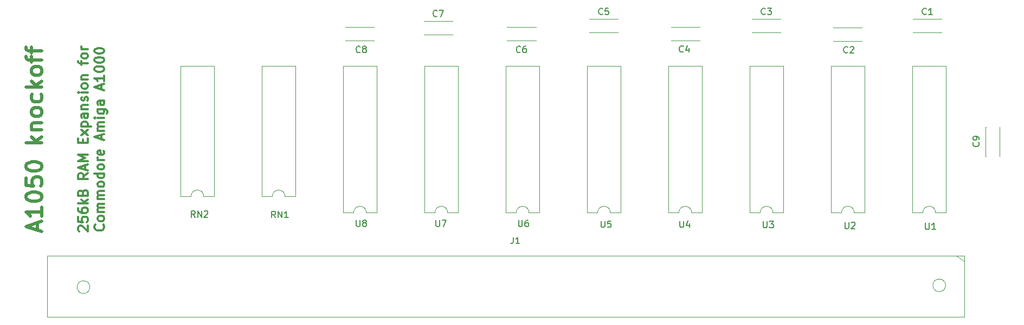
<source format=gbr>
%TF.GenerationSoftware,KiCad,Pcbnew,(5.1.10)-1*%
%TF.CreationDate,2021-06-21T22:38:47-07:00*%
%TF.ProjectId,A1050,41313035-302e-46b6-9963-61645f706362,rev?*%
%TF.SameCoordinates,Original*%
%TF.FileFunction,Legend,Top*%
%TF.FilePolarity,Positive*%
%FSLAX46Y46*%
G04 Gerber Fmt 4.6, Leading zero omitted, Abs format (unit mm)*
G04 Created by KiCad (PCBNEW (5.1.10)-1) date 2021-06-21 22:38:47*
%MOMM*%
%LPD*%
G01*
G04 APERTURE LIST*
%ADD10C,0.500000*%
%ADD11C,0.300000*%
%ADD12C,0.120000*%
%ADD13C,0.150000*%
G04 APERTURE END LIST*
D10*
X100365666Y-126367190D02*
X100365666Y-125176714D01*
X101079952Y-126605285D02*
X98579952Y-125771952D01*
X101079952Y-124938619D01*
X101079952Y-122795761D02*
X101079952Y-124224333D01*
X101079952Y-123510047D02*
X98579952Y-123510047D01*
X98937095Y-123748142D01*
X99175190Y-123986238D01*
X99294238Y-124224333D01*
X98579952Y-121248142D02*
X98579952Y-121010047D01*
X98699000Y-120771952D01*
X98818047Y-120652904D01*
X99056142Y-120533857D01*
X99532333Y-120414809D01*
X100127571Y-120414809D01*
X100603761Y-120533857D01*
X100841857Y-120652904D01*
X100960904Y-120771952D01*
X101079952Y-121010047D01*
X101079952Y-121248142D01*
X100960904Y-121486238D01*
X100841857Y-121605285D01*
X100603761Y-121724333D01*
X100127571Y-121843380D01*
X99532333Y-121843380D01*
X99056142Y-121724333D01*
X98818047Y-121605285D01*
X98699000Y-121486238D01*
X98579952Y-121248142D01*
X98579952Y-118152904D02*
X98579952Y-119343380D01*
X99770428Y-119462428D01*
X99651380Y-119343380D01*
X99532333Y-119105285D01*
X99532333Y-118510047D01*
X99651380Y-118271952D01*
X99770428Y-118152904D01*
X100008523Y-118033857D01*
X100603761Y-118033857D01*
X100841857Y-118152904D01*
X100960904Y-118271952D01*
X101079952Y-118510047D01*
X101079952Y-119105285D01*
X100960904Y-119343380D01*
X100841857Y-119462428D01*
X98579952Y-116486238D02*
X98579952Y-116248142D01*
X98699000Y-116010047D01*
X98818047Y-115891000D01*
X99056142Y-115771952D01*
X99532333Y-115652904D01*
X100127571Y-115652904D01*
X100603761Y-115771952D01*
X100841857Y-115891000D01*
X100960904Y-116010047D01*
X101079952Y-116248142D01*
X101079952Y-116486238D01*
X100960904Y-116724333D01*
X100841857Y-116843380D01*
X100603761Y-116962428D01*
X100127571Y-117081476D01*
X99532333Y-117081476D01*
X99056142Y-116962428D01*
X98818047Y-116843380D01*
X98699000Y-116724333D01*
X98579952Y-116486238D01*
X101079952Y-112676714D02*
X98579952Y-112676714D01*
X100127571Y-112438619D02*
X101079952Y-111724333D01*
X99413285Y-111724333D02*
X100365666Y-112676714D01*
X99413285Y-110652904D02*
X101079952Y-110652904D01*
X99651380Y-110652904D02*
X99532333Y-110533857D01*
X99413285Y-110295761D01*
X99413285Y-109938619D01*
X99532333Y-109700523D01*
X99770428Y-109581476D01*
X101079952Y-109581476D01*
X101079952Y-108033857D02*
X100960904Y-108271952D01*
X100841857Y-108391000D01*
X100603761Y-108510047D01*
X99889476Y-108510047D01*
X99651380Y-108391000D01*
X99532333Y-108271952D01*
X99413285Y-108033857D01*
X99413285Y-107676714D01*
X99532333Y-107438619D01*
X99651380Y-107319571D01*
X99889476Y-107200523D01*
X100603761Y-107200523D01*
X100841857Y-107319571D01*
X100960904Y-107438619D01*
X101079952Y-107676714D01*
X101079952Y-108033857D01*
X100960904Y-105057666D02*
X101079952Y-105295761D01*
X101079952Y-105771952D01*
X100960904Y-106010047D01*
X100841857Y-106129095D01*
X100603761Y-106248142D01*
X99889476Y-106248142D01*
X99651380Y-106129095D01*
X99532333Y-106010047D01*
X99413285Y-105771952D01*
X99413285Y-105295761D01*
X99532333Y-105057666D01*
X101079952Y-103986238D02*
X98579952Y-103986238D01*
X100127571Y-103748142D02*
X101079952Y-103033857D01*
X99413285Y-103033857D02*
X100365666Y-103986238D01*
X101079952Y-101605285D02*
X100960904Y-101843380D01*
X100841857Y-101962428D01*
X100603761Y-102081476D01*
X99889476Y-102081476D01*
X99651380Y-101962428D01*
X99532333Y-101843380D01*
X99413285Y-101605285D01*
X99413285Y-101248142D01*
X99532333Y-101010047D01*
X99651380Y-100891000D01*
X99889476Y-100771952D01*
X100603761Y-100771952D01*
X100841857Y-100891000D01*
X100960904Y-101010047D01*
X101079952Y-101248142D01*
X101079952Y-101605285D01*
X99413285Y-100057666D02*
X99413285Y-99105285D01*
X101079952Y-99700523D02*
X98937095Y-99700523D01*
X98699000Y-99581476D01*
X98579952Y-99343380D01*
X98579952Y-99105285D01*
X99413285Y-98629095D02*
X99413285Y-97676714D01*
X101079952Y-98271952D02*
X98937095Y-98271952D01*
X98699000Y-98152904D01*
X98579952Y-97914809D01*
X98579952Y-97676714D01*
D11*
X106885428Y-126533857D02*
X106814000Y-126462428D01*
X106742571Y-126319571D01*
X106742571Y-125962428D01*
X106814000Y-125819571D01*
X106885428Y-125748142D01*
X107028285Y-125676714D01*
X107171142Y-125676714D01*
X107385428Y-125748142D01*
X108242571Y-126605285D01*
X108242571Y-125676714D01*
X106742571Y-124319571D02*
X106742571Y-125033857D01*
X107456857Y-125105285D01*
X107385428Y-125033857D01*
X107314000Y-124891000D01*
X107314000Y-124533857D01*
X107385428Y-124391000D01*
X107456857Y-124319571D01*
X107599714Y-124248142D01*
X107956857Y-124248142D01*
X108099714Y-124319571D01*
X108171142Y-124391000D01*
X108242571Y-124533857D01*
X108242571Y-124891000D01*
X108171142Y-125033857D01*
X108099714Y-125105285D01*
X106742571Y-122962428D02*
X106742571Y-123248142D01*
X106814000Y-123391000D01*
X106885428Y-123462428D01*
X107099714Y-123605285D01*
X107385428Y-123676714D01*
X107956857Y-123676714D01*
X108099714Y-123605285D01*
X108171142Y-123533857D01*
X108242571Y-123391000D01*
X108242571Y-123105285D01*
X108171142Y-122962428D01*
X108099714Y-122891000D01*
X107956857Y-122819571D01*
X107599714Y-122819571D01*
X107456857Y-122891000D01*
X107385428Y-122962428D01*
X107314000Y-123105285D01*
X107314000Y-123391000D01*
X107385428Y-123533857D01*
X107456857Y-123605285D01*
X107599714Y-123676714D01*
X108242571Y-122176714D02*
X106742571Y-122176714D01*
X107671142Y-122033857D02*
X108242571Y-121605285D01*
X107242571Y-121605285D02*
X107814000Y-122176714D01*
X107456857Y-120462428D02*
X107528285Y-120248142D01*
X107599714Y-120176714D01*
X107742571Y-120105285D01*
X107956857Y-120105285D01*
X108099714Y-120176714D01*
X108171142Y-120248142D01*
X108242571Y-120391000D01*
X108242571Y-120962428D01*
X106742571Y-120962428D01*
X106742571Y-120462428D01*
X106814000Y-120319571D01*
X106885428Y-120248142D01*
X107028285Y-120176714D01*
X107171142Y-120176714D01*
X107314000Y-120248142D01*
X107385428Y-120319571D01*
X107456857Y-120462428D01*
X107456857Y-120962428D01*
X108242571Y-117462428D02*
X107528285Y-117962428D01*
X108242571Y-118319571D02*
X106742571Y-118319571D01*
X106742571Y-117748142D01*
X106814000Y-117605285D01*
X106885428Y-117533857D01*
X107028285Y-117462428D01*
X107242571Y-117462428D01*
X107385428Y-117533857D01*
X107456857Y-117605285D01*
X107528285Y-117748142D01*
X107528285Y-118319571D01*
X107814000Y-116891000D02*
X107814000Y-116176714D01*
X108242571Y-117033857D02*
X106742571Y-116533857D01*
X108242571Y-116033857D01*
X108242571Y-115533857D02*
X106742571Y-115533857D01*
X107814000Y-115033857D01*
X106742571Y-114533857D01*
X108242571Y-114533857D01*
X107456857Y-112676714D02*
X107456857Y-112176714D01*
X108242571Y-111962428D02*
X108242571Y-112676714D01*
X106742571Y-112676714D01*
X106742571Y-111962428D01*
X108242571Y-111462428D02*
X107242571Y-110676714D01*
X107242571Y-111462428D02*
X108242571Y-110676714D01*
X107242571Y-110105285D02*
X108742571Y-110105285D01*
X107314000Y-110105285D02*
X107242571Y-109962428D01*
X107242571Y-109676714D01*
X107314000Y-109533857D01*
X107385428Y-109462428D01*
X107528285Y-109391000D01*
X107956857Y-109391000D01*
X108099714Y-109462428D01*
X108171142Y-109533857D01*
X108242571Y-109676714D01*
X108242571Y-109962428D01*
X108171142Y-110105285D01*
X108242571Y-108105285D02*
X107456857Y-108105285D01*
X107314000Y-108176714D01*
X107242571Y-108319571D01*
X107242571Y-108605285D01*
X107314000Y-108748142D01*
X108171142Y-108105285D02*
X108242571Y-108248142D01*
X108242571Y-108605285D01*
X108171142Y-108748142D01*
X108028285Y-108819571D01*
X107885428Y-108819571D01*
X107742571Y-108748142D01*
X107671142Y-108605285D01*
X107671142Y-108248142D01*
X107599714Y-108105285D01*
X107242571Y-107391000D02*
X108242571Y-107391000D01*
X107385428Y-107391000D02*
X107314000Y-107319571D01*
X107242571Y-107176714D01*
X107242571Y-106962428D01*
X107314000Y-106819571D01*
X107456857Y-106748142D01*
X108242571Y-106748142D01*
X108171142Y-106105285D02*
X108242571Y-105962428D01*
X108242571Y-105676714D01*
X108171142Y-105533857D01*
X108028285Y-105462428D01*
X107956857Y-105462428D01*
X107814000Y-105533857D01*
X107742571Y-105676714D01*
X107742571Y-105891000D01*
X107671142Y-106033857D01*
X107528285Y-106105285D01*
X107456857Y-106105285D01*
X107314000Y-106033857D01*
X107242571Y-105891000D01*
X107242571Y-105676714D01*
X107314000Y-105533857D01*
X108242571Y-104819571D02*
X107242571Y-104819571D01*
X106742571Y-104819571D02*
X106814000Y-104891000D01*
X106885428Y-104819571D01*
X106814000Y-104748142D01*
X106742571Y-104819571D01*
X106885428Y-104819571D01*
X108242571Y-103891000D02*
X108171142Y-104033857D01*
X108099714Y-104105285D01*
X107956857Y-104176714D01*
X107528285Y-104176714D01*
X107385428Y-104105285D01*
X107314000Y-104033857D01*
X107242571Y-103891000D01*
X107242571Y-103676714D01*
X107314000Y-103533857D01*
X107385428Y-103462428D01*
X107528285Y-103391000D01*
X107956857Y-103391000D01*
X108099714Y-103462428D01*
X108171142Y-103533857D01*
X108242571Y-103676714D01*
X108242571Y-103891000D01*
X107242571Y-102748142D02*
X108242571Y-102748142D01*
X107385428Y-102748142D02*
X107314000Y-102676714D01*
X107242571Y-102533857D01*
X107242571Y-102319571D01*
X107314000Y-102176714D01*
X107456857Y-102105285D01*
X108242571Y-102105285D01*
X107242571Y-100462428D02*
X107242571Y-99891000D01*
X108242571Y-100248142D02*
X106956857Y-100248142D01*
X106814000Y-100176714D01*
X106742571Y-100033857D01*
X106742571Y-99891000D01*
X108242571Y-99176714D02*
X108171142Y-99319571D01*
X108099714Y-99391000D01*
X107956857Y-99462428D01*
X107528285Y-99462428D01*
X107385428Y-99391000D01*
X107314000Y-99319571D01*
X107242571Y-99176714D01*
X107242571Y-98962428D01*
X107314000Y-98819571D01*
X107385428Y-98748142D01*
X107528285Y-98676714D01*
X107956857Y-98676714D01*
X108099714Y-98748142D01*
X108171142Y-98819571D01*
X108242571Y-98962428D01*
X108242571Y-99176714D01*
X108242571Y-98033857D02*
X107242571Y-98033857D01*
X107528285Y-98033857D02*
X107385428Y-97962428D01*
X107314000Y-97891000D01*
X107242571Y-97748142D01*
X107242571Y-97605285D01*
X110649714Y-125498142D02*
X110721142Y-125569571D01*
X110792571Y-125783857D01*
X110792571Y-125926714D01*
X110721142Y-126141000D01*
X110578285Y-126283857D01*
X110435428Y-126355285D01*
X110149714Y-126426714D01*
X109935428Y-126426714D01*
X109649714Y-126355285D01*
X109506857Y-126283857D01*
X109364000Y-126141000D01*
X109292571Y-125926714D01*
X109292571Y-125783857D01*
X109364000Y-125569571D01*
X109435428Y-125498142D01*
X110792571Y-124641000D02*
X110721142Y-124783857D01*
X110649714Y-124855285D01*
X110506857Y-124926714D01*
X110078285Y-124926714D01*
X109935428Y-124855285D01*
X109864000Y-124783857D01*
X109792571Y-124641000D01*
X109792571Y-124426714D01*
X109864000Y-124283857D01*
X109935428Y-124212428D01*
X110078285Y-124141000D01*
X110506857Y-124141000D01*
X110649714Y-124212428D01*
X110721142Y-124283857D01*
X110792571Y-124426714D01*
X110792571Y-124641000D01*
X110792571Y-123498142D02*
X109792571Y-123498142D01*
X109935428Y-123498142D02*
X109864000Y-123426714D01*
X109792571Y-123283857D01*
X109792571Y-123069571D01*
X109864000Y-122926714D01*
X110006857Y-122855285D01*
X110792571Y-122855285D01*
X110006857Y-122855285D02*
X109864000Y-122783857D01*
X109792571Y-122641000D01*
X109792571Y-122426714D01*
X109864000Y-122283857D01*
X110006857Y-122212428D01*
X110792571Y-122212428D01*
X110792571Y-121498142D02*
X109792571Y-121498142D01*
X109935428Y-121498142D02*
X109864000Y-121426714D01*
X109792571Y-121283857D01*
X109792571Y-121069571D01*
X109864000Y-120926714D01*
X110006857Y-120855285D01*
X110792571Y-120855285D01*
X110006857Y-120855285D02*
X109864000Y-120783857D01*
X109792571Y-120641000D01*
X109792571Y-120426714D01*
X109864000Y-120283857D01*
X110006857Y-120212428D01*
X110792571Y-120212428D01*
X110792571Y-119283857D02*
X110721142Y-119426714D01*
X110649714Y-119498142D01*
X110506857Y-119569571D01*
X110078285Y-119569571D01*
X109935428Y-119498142D01*
X109864000Y-119426714D01*
X109792571Y-119283857D01*
X109792571Y-119069571D01*
X109864000Y-118926714D01*
X109935428Y-118855285D01*
X110078285Y-118783857D01*
X110506857Y-118783857D01*
X110649714Y-118855285D01*
X110721142Y-118926714D01*
X110792571Y-119069571D01*
X110792571Y-119283857D01*
X110792571Y-117498142D02*
X109292571Y-117498142D01*
X110721142Y-117498142D02*
X110792571Y-117641000D01*
X110792571Y-117926714D01*
X110721142Y-118069571D01*
X110649714Y-118141000D01*
X110506857Y-118212428D01*
X110078285Y-118212428D01*
X109935428Y-118141000D01*
X109864000Y-118069571D01*
X109792571Y-117926714D01*
X109792571Y-117641000D01*
X109864000Y-117498142D01*
X110792571Y-116569571D02*
X110721142Y-116712428D01*
X110649714Y-116783857D01*
X110506857Y-116855285D01*
X110078285Y-116855285D01*
X109935428Y-116783857D01*
X109864000Y-116712428D01*
X109792571Y-116569571D01*
X109792571Y-116355285D01*
X109864000Y-116212428D01*
X109935428Y-116141000D01*
X110078285Y-116069571D01*
X110506857Y-116069571D01*
X110649714Y-116141000D01*
X110721142Y-116212428D01*
X110792571Y-116355285D01*
X110792571Y-116569571D01*
X110792571Y-115426714D02*
X109792571Y-115426714D01*
X110078285Y-115426714D02*
X109935428Y-115355285D01*
X109864000Y-115283857D01*
X109792571Y-115141000D01*
X109792571Y-114998142D01*
X110721142Y-113926714D02*
X110792571Y-114069571D01*
X110792571Y-114355285D01*
X110721142Y-114498142D01*
X110578285Y-114569571D01*
X110006857Y-114569571D01*
X109864000Y-114498142D01*
X109792571Y-114355285D01*
X109792571Y-114069571D01*
X109864000Y-113926714D01*
X110006857Y-113855285D01*
X110149714Y-113855285D01*
X110292571Y-114569571D01*
X110364000Y-112141000D02*
X110364000Y-111426714D01*
X110792571Y-112283857D02*
X109292571Y-111783857D01*
X110792571Y-111283857D01*
X110792571Y-110783857D02*
X109792571Y-110783857D01*
X109935428Y-110783857D02*
X109864000Y-110712428D01*
X109792571Y-110569571D01*
X109792571Y-110355285D01*
X109864000Y-110212428D01*
X110006857Y-110141000D01*
X110792571Y-110141000D01*
X110006857Y-110141000D02*
X109864000Y-110069571D01*
X109792571Y-109926714D01*
X109792571Y-109712428D01*
X109864000Y-109569571D01*
X110006857Y-109498142D01*
X110792571Y-109498142D01*
X110792571Y-108783857D02*
X109792571Y-108783857D01*
X109292571Y-108783857D02*
X109364000Y-108855285D01*
X109435428Y-108783857D01*
X109364000Y-108712428D01*
X109292571Y-108783857D01*
X109435428Y-108783857D01*
X109792571Y-107426714D02*
X111006857Y-107426714D01*
X111149714Y-107498142D01*
X111221142Y-107569571D01*
X111292571Y-107712428D01*
X111292571Y-107926714D01*
X111221142Y-108069571D01*
X110721142Y-107426714D02*
X110792571Y-107569571D01*
X110792571Y-107855285D01*
X110721142Y-107998142D01*
X110649714Y-108069571D01*
X110506857Y-108141000D01*
X110078285Y-108141000D01*
X109935428Y-108069571D01*
X109864000Y-107998142D01*
X109792571Y-107855285D01*
X109792571Y-107569571D01*
X109864000Y-107426714D01*
X110792571Y-106069571D02*
X110006857Y-106069571D01*
X109864000Y-106141000D01*
X109792571Y-106283857D01*
X109792571Y-106569571D01*
X109864000Y-106712428D01*
X110721142Y-106069571D02*
X110792571Y-106212428D01*
X110792571Y-106569571D01*
X110721142Y-106712428D01*
X110578285Y-106783857D01*
X110435428Y-106783857D01*
X110292571Y-106712428D01*
X110221142Y-106569571D01*
X110221142Y-106212428D01*
X110149714Y-106069571D01*
X110364000Y-104283857D02*
X110364000Y-103569571D01*
X110792571Y-104426714D02*
X109292571Y-103926714D01*
X110792571Y-103426714D01*
X110792571Y-102141000D02*
X110792571Y-102998142D01*
X110792571Y-102569571D02*
X109292571Y-102569571D01*
X109506857Y-102712428D01*
X109649714Y-102855285D01*
X109721142Y-102998142D01*
X109292571Y-101212428D02*
X109292571Y-101069571D01*
X109364000Y-100926714D01*
X109435428Y-100855285D01*
X109578285Y-100783857D01*
X109864000Y-100712428D01*
X110221142Y-100712428D01*
X110506857Y-100783857D01*
X110649714Y-100855285D01*
X110721142Y-100926714D01*
X110792571Y-101069571D01*
X110792571Y-101212428D01*
X110721142Y-101355285D01*
X110649714Y-101426714D01*
X110506857Y-101498142D01*
X110221142Y-101569571D01*
X109864000Y-101569571D01*
X109578285Y-101498142D01*
X109435428Y-101426714D01*
X109364000Y-101355285D01*
X109292571Y-101212428D01*
X109292571Y-99783857D02*
X109292571Y-99641000D01*
X109364000Y-99498142D01*
X109435428Y-99426714D01*
X109578285Y-99355285D01*
X109864000Y-99283857D01*
X110221142Y-99283857D01*
X110506857Y-99355285D01*
X110649714Y-99426714D01*
X110721142Y-99498142D01*
X110792571Y-99641000D01*
X110792571Y-99783857D01*
X110721142Y-99926714D01*
X110649714Y-99998142D01*
X110506857Y-100069571D01*
X110221142Y-100141000D01*
X109864000Y-100141000D01*
X109578285Y-100069571D01*
X109435428Y-99998142D01*
X109364000Y-99926714D01*
X109292571Y-99783857D01*
X109292571Y-98355285D02*
X109292571Y-98212428D01*
X109364000Y-98069571D01*
X109435428Y-97998142D01*
X109578285Y-97926714D01*
X109864000Y-97855285D01*
X110221142Y-97855285D01*
X110506857Y-97926714D01*
X110649714Y-97998142D01*
X110721142Y-98069571D01*
X110792571Y-98212428D01*
X110792571Y-98355285D01*
X110721142Y-98498142D01*
X110649714Y-98569571D01*
X110506857Y-98641000D01*
X110221142Y-98712428D01*
X109864000Y-98712428D01*
X109578285Y-98641000D01*
X109435428Y-98569571D01*
X109364000Y-98498142D01*
X109292571Y-98355285D01*
D12*
%TO.C,C9*%
X250625000Y-110228000D02*
X250625000Y-114768000D01*
X248485000Y-110228000D02*
X248485000Y-114768000D01*
X250625000Y-110228000D02*
X250610000Y-110228000D01*
X248500000Y-110228000D02*
X248485000Y-110228000D01*
X250625000Y-114768000D02*
X250610000Y-114768000D01*
X248500000Y-114768000D02*
X248485000Y-114768000D01*
%TO.C,C8*%
X148439000Y-94561000D02*
X152979000Y-94561000D01*
X148439000Y-96701000D02*
X152979000Y-96701000D01*
X148439000Y-94561000D02*
X148439000Y-94576000D01*
X148439000Y-96686000D02*
X148439000Y-96701000D01*
X152979000Y-94561000D02*
X152979000Y-94576000D01*
X152979000Y-96686000D02*
X152979000Y-96701000D01*
%TO.C,C7*%
X160694000Y-93608500D02*
X165234000Y-93608500D01*
X160694000Y-95748500D02*
X165234000Y-95748500D01*
X160694000Y-93608500D02*
X160694000Y-93623500D01*
X160694000Y-95733500D02*
X160694000Y-95748500D01*
X165234000Y-93608500D02*
X165234000Y-93623500D01*
X165234000Y-95733500D02*
X165234000Y-95748500D01*
%TO.C,C6*%
X173712000Y-94561000D02*
X178252000Y-94561000D01*
X173712000Y-96701000D02*
X178252000Y-96701000D01*
X173712000Y-94561000D02*
X173712000Y-94576000D01*
X173712000Y-96686000D02*
X173712000Y-96701000D01*
X178252000Y-94561000D02*
X178252000Y-94576000D01*
X178252000Y-96686000D02*
X178252000Y-96701000D01*
%TO.C,C5*%
X186539000Y-93291000D02*
X191079000Y-93291000D01*
X186539000Y-95431000D02*
X191079000Y-95431000D01*
X186539000Y-93291000D02*
X186539000Y-93306000D01*
X186539000Y-95416000D02*
X186539000Y-95431000D01*
X191079000Y-93291000D02*
X191079000Y-93306000D01*
X191079000Y-95416000D02*
X191079000Y-95431000D01*
%TO.C,C4*%
X199302000Y-94561000D02*
X203842000Y-94561000D01*
X199302000Y-96701000D02*
X203842000Y-96701000D01*
X199302000Y-94561000D02*
X199302000Y-94576000D01*
X199302000Y-96686000D02*
X199302000Y-96701000D01*
X203842000Y-94561000D02*
X203842000Y-94576000D01*
X203842000Y-96686000D02*
X203842000Y-96701000D01*
%TO.C,C3*%
X211939000Y-93291000D02*
X216479000Y-93291000D01*
X211939000Y-95431000D02*
X216479000Y-95431000D01*
X211939000Y-93291000D02*
X211939000Y-93306000D01*
X211939000Y-95416000D02*
X211939000Y-95431000D01*
X216479000Y-93291000D02*
X216479000Y-93306000D01*
X216479000Y-95416000D02*
X216479000Y-95431000D01*
%TO.C,C2*%
X224639000Y-94624500D02*
X229179000Y-94624500D01*
X224639000Y-96764500D02*
X229179000Y-96764500D01*
X224639000Y-94624500D02*
X224639000Y-94639500D01*
X224639000Y-96749500D02*
X224639000Y-96764500D01*
X229179000Y-94624500D02*
X229179000Y-94639500D01*
X229179000Y-96749500D02*
X229179000Y-96764500D01*
%TO.C,C1*%
X237085000Y-93291000D02*
X241625000Y-93291000D01*
X237085000Y-95431000D02*
X241625000Y-95431000D01*
X237085000Y-93291000D02*
X237085000Y-93306000D01*
X237085000Y-95416000D02*
X237085000Y-95431000D01*
X241625000Y-93291000D02*
X241625000Y-93306000D01*
X241625000Y-95416000D02*
X241625000Y-95431000D01*
%TO.C,J1*%
X245169000Y-130341000D02*
X245169000Y-131191000D01*
X243874000Y-130341000D02*
X245169000Y-130341000D01*
X245169000Y-131191000D02*
X243874000Y-130341000D01*
X108549000Y-135281000D02*
G75*
G03*
X108549000Y-135281000I-990000J0D01*
G01*
X242199000Y-135001000D02*
G75*
G03*
X242199000Y-135001000I-990000J0D01*
G01*
X101924000Y-139941000D02*
X101924000Y-130341000D01*
X101924000Y-130341000D02*
X245169000Y-130341000D01*
X245169000Y-130341000D02*
X245169000Y-139941000D01*
X101924000Y-139941000D02*
X245169000Y-139941000D01*
X243874000Y-130341000D02*
X242199000Y-130341000D01*
%TO.C,U8*%
X151749000Y-123631000D02*
X153399000Y-123631000D01*
X153399000Y-123631000D02*
X153399000Y-100651000D01*
X153399000Y-100651000D02*
X148099000Y-100651000D01*
X148099000Y-100651000D02*
X148099000Y-123631000D01*
X148099000Y-123631000D02*
X149749000Y-123631000D01*
X149749000Y-123631000D02*
G75*
G02*
X151749000Y-123631000I1000000J0D01*
G01*
%TO.C,U7*%
X164449000Y-123631000D02*
X166099000Y-123631000D01*
X166099000Y-123631000D02*
X166099000Y-100651000D01*
X166099000Y-100651000D02*
X160799000Y-100651000D01*
X160799000Y-100651000D02*
X160799000Y-123631000D01*
X160799000Y-123631000D02*
X162449000Y-123631000D01*
X162449000Y-123631000D02*
G75*
G02*
X164449000Y-123631000I1000000J0D01*
G01*
%TO.C,U6*%
X177149000Y-123631000D02*
X178799000Y-123631000D01*
X178799000Y-123631000D02*
X178799000Y-100651000D01*
X178799000Y-100651000D02*
X173499000Y-100651000D01*
X173499000Y-100651000D02*
X173499000Y-123631000D01*
X173499000Y-123631000D02*
X175149000Y-123631000D01*
X175149000Y-123631000D02*
G75*
G02*
X177149000Y-123631000I1000000J0D01*
G01*
%TO.C,U5*%
X189849000Y-123631000D02*
X191499000Y-123631000D01*
X191499000Y-123631000D02*
X191499000Y-100651000D01*
X191499000Y-100651000D02*
X186199000Y-100651000D01*
X186199000Y-100651000D02*
X186199000Y-123631000D01*
X186199000Y-123631000D02*
X187849000Y-123631000D01*
X187849000Y-123631000D02*
G75*
G02*
X189849000Y-123631000I1000000J0D01*
G01*
%TO.C,U4*%
X202549000Y-123631000D02*
X204199000Y-123631000D01*
X204199000Y-123631000D02*
X204199000Y-100651000D01*
X204199000Y-100651000D02*
X198899000Y-100651000D01*
X198899000Y-100651000D02*
X198899000Y-123631000D01*
X198899000Y-123631000D02*
X200549000Y-123631000D01*
X200549000Y-123631000D02*
G75*
G02*
X202549000Y-123631000I1000000J0D01*
G01*
%TO.C,U3*%
X215249000Y-123631000D02*
X216899000Y-123631000D01*
X216899000Y-123631000D02*
X216899000Y-100651000D01*
X216899000Y-100651000D02*
X211599000Y-100651000D01*
X211599000Y-100651000D02*
X211599000Y-123631000D01*
X211599000Y-123631000D02*
X213249000Y-123631000D01*
X213249000Y-123631000D02*
G75*
G02*
X215249000Y-123631000I1000000J0D01*
G01*
%TO.C,U2*%
X227949000Y-123631000D02*
X229599000Y-123631000D01*
X229599000Y-123631000D02*
X229599000Y-100651000D01*
X229599000Y-100651000D02*
X224299000Y-100651000D01*
X224299000Y-100651000D02*
X224299000Y-123631000D01*
X224299000Y-123631000D02*
X225949000Y-123631000D01*
X225949000Y-123631000D02*
G75*
G02*
X227949000Y-123631000I1000000J0D01*
G01*
%TO.C,U1*%
X240649000Y-123631000D02*
X242299000Y-123631000D01*
X242299000Y-123631000D02*
X242299000Y-100651000D01*
X242299000Y-100651000D02*
X236999000Y-100651000D01*
X236999000Y-100651000D02*
X236999000Y-123631000D01*
X236999000Y-123631000D02*
X238649000Y-123631000D01*
X238649000Y-123631000D02*
G75*
G02*
X240649000Y-123631000I1000000J0D01*
G01*
%TO.C,RN2*%
X126349000Y-121091000D02*
X127999000Y-121091000D01*
X127999000Y-121091000D02*
X127999000Y-100651000D01*
X127999000Y-100651000D02*
X122699000Y-100651000D01*
X122699000Y-100651000D02*
X122699000Y-121091000D01*
X122699000Y-121091000D02*
X124349000Y-121091000D01*
X124349000Y-121091000D02*
G75*
G02*
X126349000Y-121091000I1000000J0D01*
G01*
%TO.C,RN1*%
X139049000Y-121091000D02*
X140699000Y-121091000D01*
X140699000Y-121091000D02*
X140699000Y-100651000D01*
X140699000Y-100651000D02*
X135399000Y-100651000D01*
X135399000Y-100651000D02*
X135399000Y-121091000D01*
X135399000Y-121091000D02*
X137049000Y-121091000D01*
X137049000Y-121091000D02*
G75*
G02*
X139049000Y-121091000I1000000J0D01*
G01*
%TO.C,C9*%
D13*
X247372142Y-112624666D02*
X247419761Y-112672285D01*
X247467380Y-112815142D01*
X247467380Y-112910380D01*
X247419761Y-113053238D01*
X247324523Y-113148476D01*
X247229285Y-113196095D01*
X247038809Y-113243714D01*
X246895952Y-113243714D01*
X246705476Y-113196095D01*
X246610238Y-113148476D01*
X246515000Y-113053238D01*
X246467380Y-112910380D01*
X246467380Y-112815142D01*
X246515000Y-112672285D01*
X246562619Y-112624666D01*
X247467380Y-112148476D02*
X247467380Y-111958000D01*
X247419761Y-111862761D01*
X247372142Y-111815142D01*
X247229285Y-111719904D01*
X247038809Y-111672285D01*
X246657857Y-111672285D01*
X246562619Y-111719904D01*
X246515000Y-111767523D01*
X246467380Y-111862761D01*
X246467380Y-112053238D01*
X246515000Y-112148476D01*
X246562619Y-112196095D01*
X246657857Y-112243714D01*
X246895952Y-112243714D01*
X246991190Y-112196095D01*
X247038809Y-112148476D01*
X247086428Y-112053238D01*
X247086428Y-111862761D01*
X247038809Y-111767523D01*
X246991190Y-111719904D01*
X246895952Y-111672285D01*
%TO.C,C8*%
X150772833Y-98464642D02*
X150725214Y-98512261D01*
X150582357Y-98559880D01*
X150487119Y-98559880D01*
X150344261Y-98512261D01*
X150249023Y-98417023D01*
X150201404Y-98321785D01*
X150153785Y-98131309D01*
X150153785Y-97988452D01*
X150201404Y-97797976D01*
X150249023Y-97702738D01*
X150344261Y-97607500D01*
X150487119Y-97559880D01*
X150582357Y-97559880D01*
X150725214Y-97607500D01*
X150772833Y-97655119D01*
X151344261Y-97988452D02*
X151249023Y-97940833D01*
X151201404Y-97893214D01*
X151153785Y-97797976D01*
X151153785Y-97750357D01*
X151201404Y-97655119D01*
X151249023Y-97607500D01*
X151344261Y-97559880D01*
X151534738Y-97559880D01*
X151629976Y-97607500D01*
X151677595Y-97655119D01*
X151725214Y-97750357D01*
X151725214Y-97797976D01*
X151677595Y-97893214D01*
X151629976Y-97940833D01*
X151534738Y-97988452D01*
X151344261Y-97988452D01*
X151249023Y-98036071D01*
X151201404Y-98083690D01*
X151153785Y-98178928D01*
X151153785Y-98369404D01*
X151201404Y-98464642D01*
X151249023Y-98512261D01*
X151344261Y-98559880D01*
X151534738Y-98559880D01*
X151629976Y-98512261D01*
X151677595Y-98464642D01*
X151725214Y-98369404D01*
X151725214Y-98178928D01*
X151677595Y-98083690D01*
X151629976Y-98036071D01*
X151534738Y-97988452D01*
%TO.C,C7*%
X162797333Y-92835642D02*
X162749714Y-92883261D01*
X162606857Y-92930880D01*
X162511619Y-92930880D01*
X162368761Y-92883261D01*
X162273523Y-92788023D01*
X162225904Y-92692785D01*
X162178285Y-92502309D01*
X162178285Y-92359452D01*
X162225904Y-92168976D01*
X162273523Y-92073738D01*
X162368761Y-91978500D01*
X162511619Y-91930880D01*
X162606857Y-91930880D01*
X162749714Y-91978500D01*
X162797333Y-92026119D01*
X163130666Y-91930880D02*
X163797333Y-91930880D01*
X163368761Y-92930880D01*
%TO.C,C6*%
X175791833Y-98464642D02*
X175744214Y-98512261D01*
X175601357Y-98559880D01*
X175506119Y-98559880D01*
X175363261Y-98512261D01*
X175268023Y-98417023D01*
X175220404Y-98321785D01*
X175172785Y-98131309D01*
X175172785Y-97988452D01*
X175220404Y-97797976D01*
X175268023Y-97702738D01*
X175363261Y-97607500D01*
X175506119Y-97559880D01*
X175601357Y-97559880D01*
X175744214Y-97607500D01*
X175791833Y-97655119D01*
X176648976Y-97559880D02*
X176458500Y-97559880D01*
X176363261Y-97607500D01*
X176315642Y-97655119D01*
X176220404Y-97797976D01*
X176172785Y-97988452D01*
X176172785Y-98369404D01*
X176220404Y-98464642D01*
X176268023Y-98512261D01*
X176363261Y-98559880D01*
X176553738Y-98559880D01*
X176648976Y-98512261D01*
X176696595Y-98464642D01*
X176744214Y-98369404D01*
X176744214Y-98131309D01*
X176696595Y-98036071D01*
X176648976Y-97988452D01*
X176553738Y-97940833D01*
X176363261Y-97940833D01*
X176268023Y-97988452D01*
X176220404Y-98036071D01*
X176172785Y-98131309D01*
%TO.C,C5*%
X188642333Y-92518142D02*
X188594714Y-92565761D01*
X188451857Y-92613380D01*
X188356619Y-92613380D01*
X188213761Y-92565761D01*
X188118523Y-92470523D01*
X188070904Y-92375285D01*
X188023285Y-92184809D01*
X188023285Y-92041952D01*
X188070904Y-91851476D01*
X188118523Y-91756238D01*
X188213761Y-91661000D01*
X188356619Y-91613380D01*
X188451857Y-91613380D01*
X188594714Y-91661000D01*
X188642333Y-91708619D01*
X189547095Y-91613380D02*
X189070904Y-91613380D01*
X189023285Y-92089571D01*
X189070904Y-92041952D01*
X189166142Y-91994333D01*
X189404238Y-91994333D01*
X189499476Y-92041952D01*
X189547095Y-92089571D01*
X189594714Y-92184809D01*
X189594714Y-92422904D01*
X189547095Y-92518142D01*
X189499476Y-92565761D01*
X189404238Y-92613380D01*
X189166142Y-92613380D01*
X189070904Y-92565761D01*
X189023285Y-92518142D01*
%TO.C,C4*%
X201254833Y-98401142D02*
X201207214Y-98448761D01*
X201064357Y-98496380D01*
X200969119Y-98496380D01*
X200826261Y-98448761D01*
X200731023Y-98353523D01*
X200683404Y-98258285D01*
X200635785Y-98067809D01*
X200635785Y-97924952D01*
X200683404Y-97734476D01*
X200731023Y-97639238D01*
X200826261Y-97544000D01*
X200969119Y-97496380D01*
X201064357Y-97496380D01*
X201207214Y-97544000D01*
X201254833Y-97591619D01*
X202111976Y-97829714D02*
X202111976Y-98496380D01*
X201873880Y-97448761D02*
X201635785Y-98163047D01*
X202254833Y-98163047D01*
%TO.C,C3*%
X214042333Y-92518142D02*
X213994714Y-92565761D01*
X213851857Y-92613380D01*
X213756619Y-92613380D01*
X213613761Y-92565761D01*
X213518523Y-92470523D01*
X213470904Y-92375285D01*
X213423285Y-92184809D01*
X213423285Y-92041952D01*
X213470904Y-91851476D01*
X213518523Y-91756238D01*
X213613761Y-91661000D01*
X213756619Y-91613380D01*
X213851857Y-91613380D01*
X213994714Y-91661000D01*
X214042333Y-91708619D01*
X214375666Y-91613380D02*
X214994714Y-91613380D01*
X214661380Y-91994333D01*
X214804238Y-91994333D01*
X214899476Y-92041952D01*
X214947095Y-92089571D01*
X214994714Y-92184809D01*
X214994714Y-92422904D01*
X214947095Y-92518142D01*
X214899476Y-92565761D01*
X214804238Y-92613380D01*
X214518523Y-92613380D01*
X214423285Y-92565761D01*
X214375666Y-92518142D01*
%TO.C,C2*%
X226909333Y-98528142D02*
X226861714Y-98575761D01*
X226718857Y-98623380D01*
X226623619Y-98623380D01*
X226480761Y-98575761D01*
X226385523Y-98480523D01*
X226337904Y-98385285D01*
X226290285Y-98194809D01*
X226290285Y-98051952D01*
X226337904Y-97861476D01*
X226385523Y-97766238D01*
X226480761Y-97671000D01*
X226623619Y-97623380D01*
X226718857Y-97623380D01*
X226861714Y-97671000D01*
X226909333Y-97718619D01*
X227290285Y-97718619D02*
X227337904Y-97671000D01*
X227433142Y-97623380D01*
X227671238Y-97623380D01*
X227766476Y-97671000D01*
X227814095Y-97718619D01*
X227861714Y-97813857D01*
X227861714Y-97909095D01*
X227814095Y-98051952D01*
X227242666Y-98623380D01*
X227861714Y-98623380D01*
%TO.C,C1*%
X239188333Y-92518142D02*
X239140714Y-92565761D01*
X238997857Y-92613380D01*
X238902619Y-92613380D01*
X238759761Y-92565761D01*
X238664523Y-92470523D01*
X238616904Y-92375285D01*
X238569285Y-92184809D01*
X238569285Y-92041952D01*
X238616904Y-91851476D01*
X238664523Y-91756238D01*
X238759761Y-91661000D01*
X238902619Y-91613380D01*
X238997857Y-91613380D01*
X239140714Y-91661000D01*
X239188333Y-91708619D01*
X240140714Y-92613380D02*
X239569285Y-92613380D01*
X239855000Y-92613380D02*
X239855000Y-91613380D01*
X239759761Y-91756238D01*
X239664523Y-91851476D01*
X239569285Y-91899095D01*
%TO.C,J1*%
X174672666Y-127468380D02*
X174672666Y-128182666D01*
X174625047Y-128325523D01*
X174529809Y-128420761D01*
X174386952Y-128468380D01*
X174291714Y-128468380D01*
X175672666Y-128468380D02*
X175101238Y-128468380D01*
X175386952Y-128468380D02*
X175386952Y-127468380D01*
X175291714Y-127611238D01*
X175196476Y-127706476D01*
X175101238Y-127754095D01*
%TO.C,U8*%
X150177595Y-124801380D02*
X150177595Y-125610904D01*
X150225214Y-125706142D01*
X150272833Y-125753761D01*
X150368071Y-125801380D01*
X150558547Y-125801380D01*
X150653785Y-125753761D01*
X150701404Y-125706142D01*
X150749023Y-125610904D01*
X150749023Y-124801380D01*
X151368071Y-125229952D02*
X151272833Y-125182333D01*
X151225214Y-125134714D01*
X151177595Y-125039476D01*
X151177595Y-124991857D01*
X151225214Y-124896619D01*
X151272833Y-124849000D01*
X151368071Y-124801380D01*
X151558547Y-124801380D01*
X151653785Y-124849000D01*
X151701404Y-124896619D01*
X151749023Y-124991857D01*
X151749023Y-125039476D01*
X151701404Y-125134714D01*
X151653785Y-125182333D01*
X151558547Y-125229952D01*
X151368071Y-125229952D01*
X151272833Y-125277571D01*
X151225214Y-125325190D01*
X151177595Y-125420428D01*
X151177595Y-125610904D01*
X151225214Y-125706142D01*
X151272833Y-125753761D01*
X151368071Y-125801380D01*
X151558547Y-125801380D01*
X151653785Y-125753761D01*
X151701404Y-125706142D01*
X151749023Y-125610904D01*
X151749023Y-125420428D01*
X151701404Y-125325190D01*
X151653785Y-125277571D01*
X151558547Y-125229952D01*
%TO.C,U7*%
X162623595Y-124801380D02*
X162623595Y-125610904D01*
X162671214Y-125706142D01*
X162718833Y-125753761D01*
X162814071Y-125801380D01*
X163004547Y-125801380D01*
X163099785Y-125753761D01*
X163147404Y-125706142D01*
X163195023Y-125610904D01*
X163195023Y-124801380D01*
X163575976Y-124801380D02*
X164242642Y-124801380D01*
X163814071Y-125801380D01*
%TO.C,U6*%
X175514095Y-124801380D02*
X175514095Y-125610904D01*
X175561714Y-125706142D01*
X175609333Y-125753761D01*
X175704571Y-125801380D01*
X175895047Y-125801380D01*
X175990285Y-125753761D01*
X176037904Y-125706142D01*
X176085523Y-125610904D01*
X176085523Y-124801380D01*
X176990285Y-124801380D02*
X176799809Y-124801380D01*
X176704571Y-124849000D01*
X176656952Y-124896619D01*
X176561714Y-125039476D01*
X176514095Y-125229952D01*
X176514095Y-125610904D01*
X176561714Y-125706142D01*
X176609333Y-125753761D01*
X176704571Y-125801380D01*
X176895047Y-125801380D01*
X176990285Y-125753761D01*
X177037904Y-125706142D01*
X177085523Y-125610904D01*
X177085523Y-125372809D01*
X177037904Y-125277571D01*
X176990285Y-125229952D01*
X176895047Y-125182333D01*
X176704571Y-125182333D01*
X176609333Y-125229952D01*
X176561714Y-125277571D01*
X176514095Y-125372809D01*
%TO.C,U5*%
X188404595Y-124928380D02*
X188404595Y-125737904D01*
X188452214Y-125833142D01*
X188499833Y-125880761D01*
X188595071Y-125928380D01*
X188785547Y-125928380D01*
X188880785Y-125880761D01*
X188928404Y-125833142D01*
X188976023Y-125737904D01*
X188976023Y-124928380D01*
X189928404Y-124928380D02*
X189452214Y-124928380D01*
X189404595Y-125404571D01*
X189452214Y-125356952D01*
X189547452Y-125309333D01*
X189785547Y-125309333D01*
X189880785Y-125356952D01*
X189928404Y-125404571D01*
X189976023Y-125499809D01*
X189976023Y-125737904D01*
X189928404Y-125833142D01*
X189880785Y-125880761D01*
X189785547Y-125928380D01*
X189547452Y-125928380D01*
X189452214Y-125880761D01*
X189404595Y-125833142D01*
%TO.C,U4*%
X200723595Y-124928380D02*
X200723595Y-125737904D01*
X200771214Y-125833142D01*
X200818833Y-125880761D01*
X200914071Y-125928380D01*
X201104547Y-125928380D01*
X201199785Y-125880761D01*
X201247404Y-125833142D01*
X201295023Y-125737904D01*
X201295023Y-124928380D01*
X202199785Y-125261714D02*
X202199785Y-125928380D01*
X201961690Y-124880761D02*
X201723595Y-125595047D01*
X202342642Y-125595047D01*
%TO.C,U3*%
X213741095Y-124991880D02*
X213741095Y-125801404D01*
X213788714Y-125896642D01*
X213836333Y-125944261D01*
X213931571Y-125991880D01*
X214122047Y-125991880D01*
X214217285Y-125944261D01*
X214264904Y-125896642D01*
X214312523Y-125801404D01*
X214312523Y-124991880D01*
X214693476Y-124991880D02*
X215312523Y-124991880D01*
X214979190Y-125372833D01*
X215122047Y-125372833D01*
X215217285Y-125420452D01*
X215264904Y-125468071D01*
X215312523Y-125563309D01*
X215312523Y-125801404D01*
X215264904Y-125896642D01*
X215217285Y-125944261D01*
X215122047Y-125991880D01*
X214836333Y-125991880D01*
X214741095Y-125944261D01*
X214693476Y-125896642D01*
%TO.C,U2*%
X226504595Y-125118880D02*
X226504595Y-125928404D01*
X226552214Y-126023642D01*
X226599833Y-126071261D01*
X226695071Y-126118880D01*
X226885547Y-126118880D01*
X226980785Y-126071261D01*
X227028404Y-126023642D01*
X227076023Y-125928404D01*
X227076023Y-125118880D01*
X227504595Y-125214119D02*
X227552214Y-125166500D01*
X227647452Y-125118880D01*
X227885547Y-125118880D01*
X227980785Y-125166500D01*
X228028404Y-125214119D01*
X228076023Y-125309357D01*
X228076023Y-125404595D01*
X228028404Y-125547452D01*
X227456976Y-126118880D01*
X228076023Y-126118880D01*
%TO.C,U1*%
X239077595Y-125245880D02*
X239077595Y-126055404D01*
X239125214Y-126150642D01*
X239172833Y-126198261D01*
X239268071Y-126245880D01*
X239458547Y-126245880D01*
X239553785Y-126198261D01*
X239601404Y-126150642D01*
X239649023Y-126055404D01*
X239649023Y-125245880D01*
X240649023Y-126245880D02*
X240077595Y-126245880D01*
X240363309Y-126245880D02*
X240363309Y-125245880D01*
X240268071Y-125388738D01*
X240172833Y-125483976D01*
X240077595Y-125531595D01*
%TO.C,RN2*%
X124976023Y-124340880D02*
X124642690Y-123864690D01*
X124404595Y-124340880D02*
X124404595Y-123340880D01*
X124785547Y-123340880D01*
X124880785Y-123388500D01*
X124928404Y-123436119D01*
X124976023Y-123531357D01*
X124976023Y-123674214D01*
X124928404Y-123769452D01*
X124880785Y-123817071D01*
X124785547Y-123864690D01*
X124404595Y-123864690D01*
X125404595Y-124340880D02*
X125404595Y-123340880D01*
X125976023Y-124340880D01*
X125976023Y-123340880D01*
X126404595Y-123436119D02*
X126452214Y-123388500D01*
X126547452Y-123340880D01*
X126785547Y-123340880D01*
X126880785Y-123388500D01*
X126928404Y-123436119D01*
X126976023Y-123531357D01*
X126976023Y-123626595D01*
X126928404Y-123769452D01*
X126356976Y-124340880D01*
X126976023Y-124340880D01*
%TO.C,RN1*%
X137549023Y-124404380D02*
X137215690Y-123928190D01*
X136977595Y-124404380D02*
X136977595Y-123404380D01*
X137358547Y-123404380D01*
X137453785Y-123452000D01*
X137501404Y-123499619D01*
X137549023Y-123594857D01*
X137549023Y-123737714D01*
X137501404Y-123832952D01*
X137453785Y-123880571D01*
X137358547Y-123928190D01*
X136977595Y-123928190D01*
X137977595Y-124404380D02*
X137977595Y-123404380D01*
X138549023Y-124404380D01*
X138549023Y-123404380D01*
X139549023Y-124404380D02*
X138977595Y-124404380D01*
X139263309Y-124404380D02*
X139263309Y-123404380D01*
X139168071Y-123547238D01*
X139072833Y-123642476D01*
X138977595Y-123690095D01*
%TD*%
M02*

</source>
